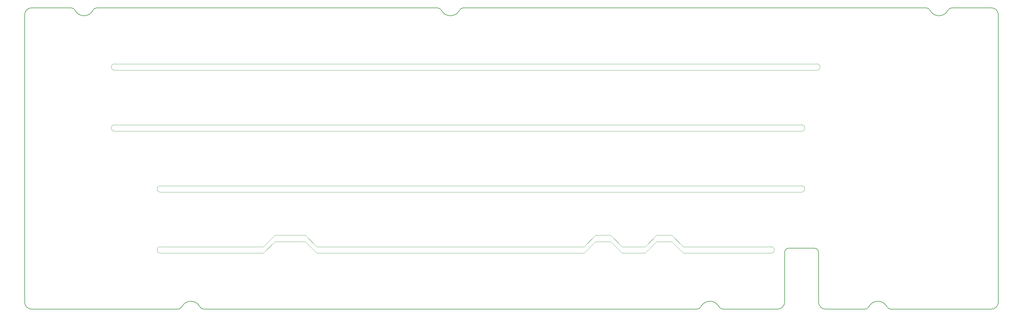
<source format=gbr>
G04 #@! TF.GenerationSoftware,KiCad,Pcbnew,(5.1.10)-1*
G04 #@! TF.CreationDate,2021-07-14T12:47:46+07:00*
G04 #@! TF.ProjectId,averange65,61766572-616e-4676-9536-352e6b696361,rev?*
G04 #@! TF.SameCoordinates,Original*
G04 #@! TF.FileFunction,Profile,NP*
%FSLAX46Y46*%
G04 Gerber Fmt 4.6, Leading zero omitted, Abs format (unit mm)*
G04 Created by KiCad (PCBNEW (5.1.10)-1) date 2021-07-14 12:47:46*
%MOMM*%
%LPD*%
G01*
G04 APERTURE LIST*
G04 #@! TA.AperFunction,Profile*
%ADD10C,0.150000*%
G04 #@! TD*
G04 #@! TA.AperFunction,Profile*
%ADD11C,0.100000*%
G04 #@! TD*
G04 APERTURE END LIST*
D10*
X21681821Y-39749751D02*
G75*
G02*
X23012337Y-38942374I1330516J-692623D01*
G01*
X14765117Y-38942311D02*
G75*
G02*
X16096195Y-39748762I1044J-1500000D01*
G01*
X21681821Y-39749751D02*
G75*
G02*
X16096195Y-39748762I-2792555J1457440D01*
G01*
X281467135Y-38942437D02*
G75*
G02*
X282798213Y-39748888I1044J-1500000D01*
G01*
X288383839Y-39749877D02*
G75*
G02*
X289714355Y-38942500I1330516J-692623D01*
G01*
X288383839Y-39749877D02*
G75*
G02*
X282798213Y-39748888I-2792555J1457440D01*
G01*
X129066126Y-38942374D02*
G75*
G02*
X130397204Y-39748825I1044J-1500000D01*
G01*
X135982830Y-39749814D02*
G75*
G02*
X137313346Y-38942437I1330516J-692623D01*
G01*
X135982830Y-39749814D02*
G75*
G02*
X130397204Y-39748825I-2792555J1457440D01*
G01*
X14765117Y-38942311D02*
X2613223Y-38942311D01*
X363223Y-41192311D02*
G75*
G02*
X2613223Y-38942311I2250000J0D01*
G01*
X56349837Y-133142374D02*
G75*
G02*
X55018759Y-132335923I-1044J1500000D01*
G01*
X49433133Y-132334934D02*
G75*
G02*
X48102617Y-133142311I-1330516J692623D01*
G01*
X49433133Y-132334934D02*
G75*
G02*
X55018759Y-132335923I2792555J-1457440D01*
G01*
X218275846Y-133142437D02*
G75*
G02*
X216944768Y-132335986I-1044J1500000D01*
G01*
X211359142Y-132334997D02*
G75*
G02*
X210028626Y-133142374I-1330516J692623D01*
G01*
X211359142Y-132334997D02*
G75*
G02*
X216944768Y-132335986I2792555J-1457440D01*
G01*
D11*
X233204910Y-113618020D02*
G75*
G02*
X233204910Y-115618020I0J-1000000D01*
G01*
X42704050Y-115618020D02*
G75*
G02*
X42704050Y-113618020I0J1000000D01*
G01*
X202248470Y-112046130D02*
X205820360Y-115618020D01*
X183198390Y-112046130D02*
X186770280Y-115618020D01*
X87947990Y-112046130D02*
X91519880Y-115618020D01*
X193914060Y-115618020D02*
X197485950Y-112046130D01*
X186770280Y-115618020D02*
X193914060Y-115618020D01*
X42704050Y-115618020D02*
X74851060Y-115618020D01*
X205820360Y-115618020D02*
X233204910Y-115618020D01*
X91519880Y-115618020D02*
X174863980Y-115618020D01*
X174863980Y-115618020D02*
X178435870Y-112046130D01*
X78422950Y-112046130D02*
X87947990Y-112046130D01*
X197485950Y-112046130D02*
X202248470Y-112046130D01*
X178435870Y-112046130D02*
X183198390Y-112046130D01*
X74851060Y-115618020D02*
X78422950Y-112046130D01*
X202248470Y-110046130D02*
X205820360Y-113618020D01*
X183198390Y-110046130D02*
X186770280Y-113618020D01*
X87947990Y-110046130D02*
X91519880Y-113618020D01*
X193914060Y-113618020D02*
X197485950Y-110046130D01*
X186770280Y-113618020D02*
X193914060Y-113618020D01*
X42704050Y-113618020D02*
X74851060Y-113618020D01*
X205820360Y-113618020D02*
X233204910Y-113618020D01*
X91519880Y-113618020D02*
X174863980Y-113618020D01*
X174863980Y-113618020D02*
X178435870Y-110046130D01*
X78422950Y-110046130D02*
X87947990Y-110046130D01*
X197485950Y-110046130D02*
X202248470Y-110046130D01*
X178435870Y-110046130D02*
X183198390Y-110046130D01*
X74851060Y-113618020D02*
X78422950Y-110046130D01*
X42704050Y-96567500D02*
G75*
G02*
X42704050Y-94567500I0J1000000D01*
G01*
X242729834Y-96567500D02*
X42704050Y-96567500D01*
X242729834Y-94567500D02*
X42704050Y-94567500D01*
X242729834Y-94567500D02*
G75*
G02*
X242729834Y-96567500I0J-1000000D01*
G01*
X242729890Y-77517500D02*
X28416250Y-77517500D01*
X242729890Y-75517500D02*
G75*
G02*
X242729890Y-77517500I0J-1000000D01*
G01*
X28416250Y-77517500D02*
G75*
G02*
X28416250Y-75517500I0J1000000D01*
G01*
X242729890Y-75517500D02*
X28416250Y-75517500D01*
X247491434Y-56467500D02*
X28416250Y-56467500D01*
X28416250Y-58467500D02*
G75*
G02*
X28416250Y-56467500I0J1000000D01*
G01*
X247491434Y-56467500D02*
G75*
G02*
X247491434Y-58467500I0J-1000000D01*
G01*
X247491434Y-58467500D02*
X28416250Y-58467500D01*
D10*
X48102617Y-133142311D02*
X2613223Y-133142311D01*
X235190241Y-133142437D02*
X218275846Y-133142437D01*
X210028626Y-133142374D02*
X56349837Y-133142374D01*
X129066126Y-38942374D02*
X23012337Y-38942374D01*
X363223Y-130892311D02*
X363223Y-41192311D01*
X237440241Y-115342437D02*
X237440241Y-130892437D01*
X237440241Y-115342437D02*
G75*
G02*
X238690241Y-114092437I1250000J0D01*
G01*
X246765241Y-114092437D02*
G75*
G02*
X248015241Y-115342437I0J-1250000D01*
G01*
X2613223Y-133142311D02*
G75*
G02*
X363223Y-130892311I0J2250000D01*
G01*
X250265241Y-133142437D02*
G75*
G02*
X248015241Y-130892437I0J2250000D01*
G01*
X237440241Y-130892437D02*
G75*
G02*
X235190241Y-133142437I-2250000J0D01*
G01*
X270664355Y-133142500D02*
G75*
G02*
X269333277Y-132336049I-1044J1500000D01*
G01*
X304116250Y-130892500D02*
G75*
G02*
X301866250Y-133142500I-2250000J0D01*
G01*
X301866250Y-38942500D02*
G75*
G02*
X304116250Y-41192500I0J-2250000D01*
G01*
X238690241Y-114092437D02*
X246765241Y-114092437D01*
X248015241Y-115342437D02*
X248015241Y-130892437D01*
X304116250Y-130892500D02*
X304116250Y-41192500D01*
X301866250Y-133142500D02*
X270664355Y-133142500D01*
X262417135Y-133142437D02*
X250265241Y-133142437D01*
X301866250Y-38942500D02*
X289714355Y-38942500D01*
X281467135Y-38942437D02*
X137313346Y-38942437D01*
X263747651Y-132335060D02*
G75*
G02*
X262417135Y-133142437I-1330516J692623D01*
G01*
X263747651Y-132335060D02*
G75*
G02*
X269333277Y-132336049I2792555J-1457440D01*
G01*
M02*

</source>
